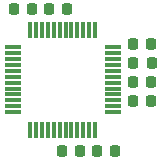
<source format=gbr>
%TF.GenerationSoftware,KiCad,Pcbnew,9.0.5*%
%TF.CreationDate,2025-12-22T17:05:02-05:00*%
%TF.ProjectId,stm32f072cb_breakout,73746d33-3266-4303-9732-63625f627265,rev?*%
%TF.SameCoordinates,Original*%
%TF.FileFunction,Paste,Top*%
%TF.FilePolarity,Positive*%
%FSLAX46Y46*%
G04 Gerber Fmt 4.6, Leading zero omitted, Abs format (unit mm)*
G04 Created by KiCad (PCBNEW 9.0.5) date 2025-12-22 17:05:02*
%MOMM*%
%LPD*%
G01*
G04 APERTURE LIST*
G04 Aperture macros list*
%AMRoundRect*
0 Rectangle with rounded corners*
0 $1 Rounding radius*
0 $2 $3 $4 $5 $6 $7 $8 $9 X,Y pos of 4 corners*
0 Add a 4 corners polygon primitive as box body*
4,1,4,$2,$3,$4,$5,$6,$7,$8,$9,$2,$3,0*
0 Add four circle primitives for the rounded corners*
1,1,$1+$1,$2,$3*
1,1,$1+$1,$4,$5*
1,1,$1+$1,$6,$7*
1,1,$1+$1,$8,$9*
0 Add four rect primitives between the rounded corners*
20,1,$1+$1,$2,$3,$4,$5,0*
20,1,$1+$1,$4,$5,$6,$7,0*
20,1,$1+$1,$6,$7,$8,$9,0*
20,1,$1+$1,$8,$9,$2,$3,0*%
G04 Aperture macros list end*
%ADD10R,0.300000X1.475000*%
%ADD11R,1.475000X0.300000*%
%ADD12RoundRect,0.225000X0.225000X0.250000X-0.225000X0.250000X-0.225000X-0.250000X0.225000X-0.250000X0*%
%ADD13RoundRect,0.225000X-0.225000X-0.250000X0.225000X-0.250000X0.225000X0.250000X-0.225000X0.250000X0*%
G04 APERTURE END LIST*
D10*
%TO.C,IC1*%
X145912000Y-84588000D03*
X146412000Y-84588000D03*
X146912000Y-84588000D03*
X147412000Y-84588000D03*
X147912000Y-84588000D03*
X148412000Y-84588000D03*
X148912000Y-84588000D03*
X149412000Y-84588000D03*
X149912000Y-84588000D03*
X150412000Y-84588000D03*
X150912000Y-84588000D03*
X151412000Y-84588000D03*
D11*
X152900000Y-83100000D03*
X152900000Y-82600000D03*
X152900000Y-82100000D03*
X152900000Y-81600000D03*
X152900000Y-81100000D03*
X152900000Y-80600000D03*
X152900000Y-80100000D03*
X152900000Y-79600000D03*
X152900000Y-79100000D03*
X152900000Y-78600000D03*
X152900000Y-78100000D03*
X152900000Y-77600000D03*
D10*
X151412000Y-76112000D03*
X150912000Y-76112000D03*
X150412000Y-76112000D03*
X149912000Y-76112000D03*
X149412000Y-76112000D03*
X148912000Y-76112000D03*
X148412000Y-76112000D03*
X147912000Y-76112000D03*
X147412000Y-76112000D03*
X146912000Y-76112000D03*
X146412000Y-76112000D03*
X145912000Y-76112000D03*
D11*
X144424000Y-77600000D03*
X144424000Y-78100000D03*
X144424000Y-78600000D03*
X144424000Y-79100000D03*
X144424000Y-79600000D03*
X144424000Y-80100000D03*
X144424000Y-80600000D03*
X144424000Y-81100000D03*
X144424000Y-81600000D03*
X144424000Y-82100000D03*
X144424000Y-82600000D03*
X144424000Y-83100000D03*
%TD*%
D12*
%TO.C,C7*%
X146062000Y-74350000D03*
X144512000Y-74350000D03*
%TD*%
D13*
%TO.C,C3*%
X154612000Y-80550000D03*
X156162000Y-80550000D03*
%TD*%
%TO.C,C8*%
X147512000Y-74350000D03*
X149062000Y-74350000D03*
%TD*%
%TO.C,C4*%
X154612000Y-82150000D03*
X156162000Y-82150000D03*
%TD*%
D12*
%TO.C,C9*%
X150162000Y-86350000D03*
X148612000Y-86350000D03*
%TD*%
D13*
%TO.C,C1*%
X154612000Y-77350000D03*
X156162000Y-77350000D03*
%TD*%
%TO.C,C2*%
X154662000Y-78950000D03*
X156212000Y-78950000D03*
%TD*%
%TO.C,C10*%
X151587000Y-86350000D03*
X153137000Y-86350000D03*
%TD*%
M02*

</source>
